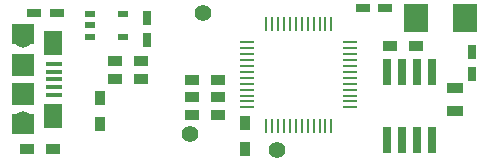
<source format=gbr>
G04 #@! TF.FileFunction,Soldermask,Top*
%FSLAX46Y46*%
G04 Gerber Fmt 4.6, Leading zero omitted, Abs format (unit mm)*
G04 Created by KiCad (PCBNEW 4.0.2-stable) date 08.07.2016 15:13:44*
%MOMM*%
G01*
G04 APERTURE LIST*
%ADD10C,0.100000*%
%ADD11R,1.200000X0.750000*%
%ADD12R,0.750000X1.200000*%
%ADD13R,1.397000X0.889000*%
%ADD14R,1.200000X0.900000*%
%ADD15R,0.900000X1.200000*%
%ADD16R,1.350000X0.400000*%
%ADD17R,1.900000X1.800000*%
%ADD18R,1.600000X2.100000*%
%ADD19R,1.900000X1.900000*%
%ADD20C,1.500000*%
%ADD21R,0.900000X0.600000*%
%ADD22R,0.800000X2.200000*%
%ADD23R,1.300000X0.250000*%
%ADD24R,0.250000X1.300000*%
%ADD25R,2.000000X2.400000*%
%ADD26C,1.397000*%
G04 APERTURE END LIST*
D10*
D11*
X63243500Y-29972000D03*
X61343500Y-29972000D03*
D12*
X70612000Y-33657500D03*
X70612000Y-35557500D03*
D11*
X35430500Y-30416500D03*
X33530500Y-30416500D03*
D12*
X43116500Y-30800000D03*
X43116500Y-32700000D03*
D13*
X69151500Y-36766500D03*
X69151500Y-38671500D03*
D14*
X63670000Y-33210500D03*
X65870000Y-33210500D03*
D15*
X51371500Y-39667000D03*
X51371500Y-41867000D03*
D14*
X46906000Y-36068000D03*
X49106000Y-36068000D03*
X46906000Y-37528500D03*
X49106000Y-37528500D03*
X49106000Y-38989000D03*
X46906000Y-38989000D03*
X40365500Y-34417000D03*
X42565500Y-34417000D03*
D15*
X39116000Y-37571500D03*
X39116000Y-39771500D03*
D14*
X40365500Y-36004500D03*
X42565500Y-36004500D03*
X35136000Y-41910000D03*
X32936000Y-41910000D03*
D16*
X35250500Y-34704500D03*
X35250500Y-35354500D03*
X35250500Y-36004500D03*
X35250500Y-36654500D03*
X35250500Y-37304500D03*
D17*
X32575500Y-32204500D03*
X32575500Y-39804500D03*
D18*
X35125500Y-32904500D03*
D19*
X32575500Y-34804500D03*
X32575500Y-37204500D03*
D18*
X35125500Y-39104500D03*
D20*
X32575500Y-39404500D03*
X32575500Y-32604500D03*
D21*
X41087500Y-32382500D03*
X38287500Y-31432500D03*
X41087500Y-30482500D03*
X38287500Y-32382500D03*
X38287500Y-30482500D03*
D22*
X63436500Y-41160500D03*
X64706500Y-41160500D03*
X65976500Y-41160500D03*
X67246500Y-41160500D03*
X67246500Y-35420500D03*
X65976500Y-35420500D03*
X64706500Y-35420500D03*
X63436500Y-35420500D03*
D23*
X60293500Y-38373500D03*
X60293500Y-37873500D03*
X60293500Y-37373500D03*
X60293500Y-36873500D03*
X60293500Y-36373500D03*
X60293500Y-35873500D03*
X60293500Y-35373500D03*
X60293500Y-34873500D03*
X60293500Y-34373500D03*
X60293500Y-33873500D03*
X60293500Y-33373500D03*
X60293500Y-32873500D03*
D24*
X58693500Y-31273500D03*
X58193500Y-31273500D03*
X57693500Y-31273500D03*
X57193500Y-31273500D03*
X56693500Y-31273500D03*
X56193500Y-31273500D03*
X55693500Y-31273500D03*
X55193500Y-31273500D03*
X54693500Y-31273500D03*
X54193500Y-31273500D03*
X53693500Y-31273500D03*
X53193500Y-31273500D03*
D23*
X51593500Y-32873500D03*
X51593500Y-33373500D03*
X51593500Y-33873500D03*
X51593500Y-34373500D03*
X51593500Y-34873500D03*
X51593500Y-35373500D03*
X51593500Y-35873500D03*
X51593500Y-36373500D03*
X51593500Y-36873500D03*
X51593500Y-37373500D03*
X51593500Y-37873500D03*
X51593500Y-38373500D03*
D24*
X53193500Y-39973500D03*
X53693500Y-39973500D03*
X54193500Y-39973500D03*
X54693500Y-39973500D03*
X55193500Y-39973500D03*
X55693500Y-39973500D03*
X56193500Y-39973500D03*
X56693500Y-39973500D03*
X57193500Y-39973500D03*
X57693500Y-39973500D03*
X58193500Y-39973500D03*
X58693500Y-39973500D03*
D25*
X65895000Y-30797500D03*
X69995000Y-30797500D03*
D26*
X46736000Y-40640000D03*
X54102000Y-41973500D03*
X47815500Y-30416500D03*
M02*

</source>
